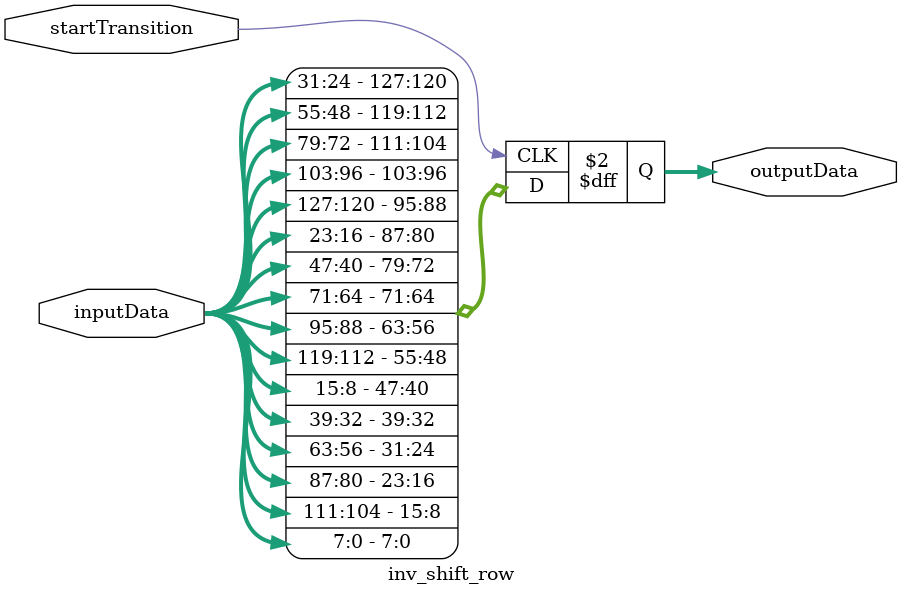
<source format=v>


module inv_shift_row(
	input [127:0] inputData,
	input startTransition,
	output reg [127:0] outputData
);


always @(posedge startTransition) begin 
	outputData = {inputData[31:24],   inputData[55:48],
					  inputData[79:72],   inputData[103:96],
					  inputData[127:120], inputData[23:16],
					  inputData[47:40],   inputData[71:64],
					  inputData[95:88],   inputData[119:112],
					  inputData[15:8],    inputData[39:32],
					  inputData[63:56],   inputData[87:80],
					  inputData[111:104], inputData[7:0]
					 };
end		  
endmodule

</source>
